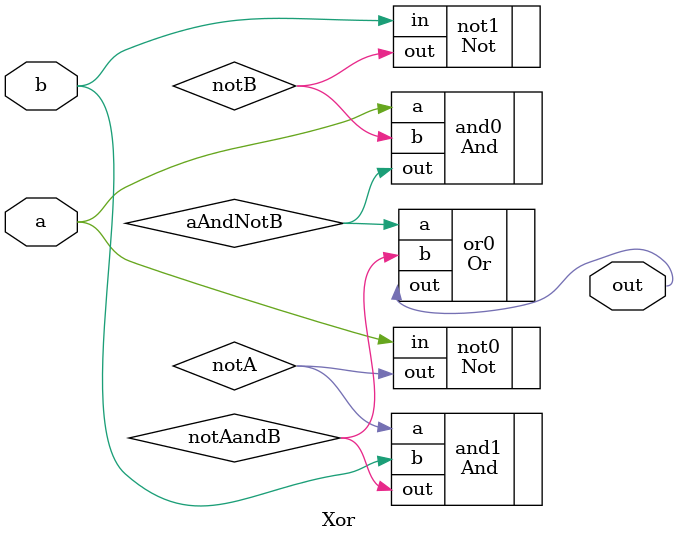
<source format=v>
/**
 * Exclusive-or gate:
 * out = not (a == b)
 */

`default_nettype none
module Xor(
	input a,
	input b,
	output out
);
	wire notA;
	wire notB;
	wire aAndNotB;
	wire notAandB;
	Not not0(.in(a),.out(notA));
	Not not1(.in(b),.out(notB));
	And and0(.a(a),.b(notB),.out(aAndNotB));
	And and1(.a(notA),.b(b),.out(notAandB));
	Or or0(.a(aAndNotB),.b(notAandB),.out(out));
	// Put your code here:

endmodule

</source>
